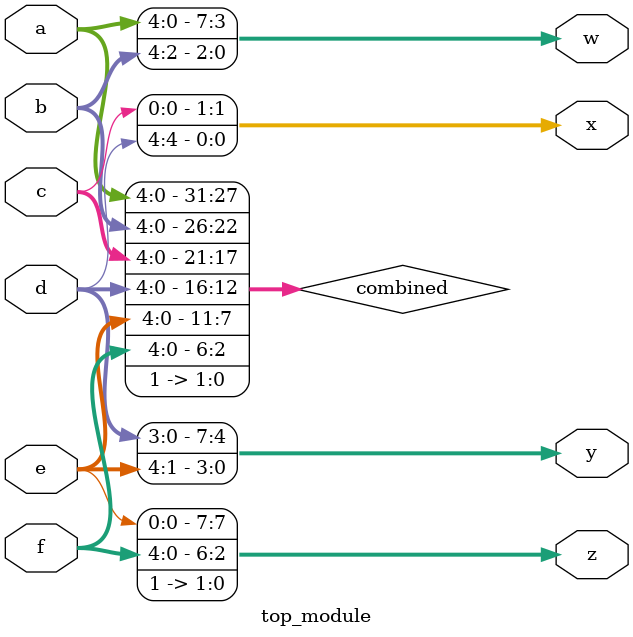
<source format=sv>
module top_module (
    input [4:0] a,
    input [4:0] b,
    input [4:0] c,
    input [4:0] d,
    input [4:0] e,
    input [4:0] f,
    output [7:0] w,
    output [7:8] x,
    output [7:0] y,
    output [7:0] z
);

    wire [31:0] combined;

    // Concatenate input vectors and 2 bits (2'b11)
    assign combined = {a, b, c, d, e, f, 2'b11};

    // Split 32-bit combined vector into 8-bit output vectors
    assign w = combined[31:24];
    assign x = combined[23:16];
    assign y = combined[15:8];
    assign z = combined[7:0];

endmodule

</source>
